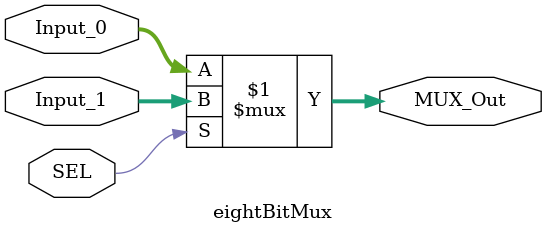
<source format=sv>
/*
We will need, at several points, an 8-bit wide multiplexer. This is a combinational circuit.
•	Inputs
o	Input_0: 8 bit wide input
o	Input_1: 8 bit wide input
o	SEL: 1 bit
*/
/*
•	Output
o	MUX_Out: 8 bits wide
*/
/*
•	Function
o	If SEL is:
	0: MUX_Out = Input_0
	1: MUX_Out = Input_1
*/

module eightBitMux(
    input   logic[7:0]  Input_0,
    input   logic[7:0]  Input_1,
    input   logic       SEL,
    output  logic[7:0]  MUX_Out
);

assign MUX_Out = SEL ? Input_1 : Input_0;


endmodule
</source>
